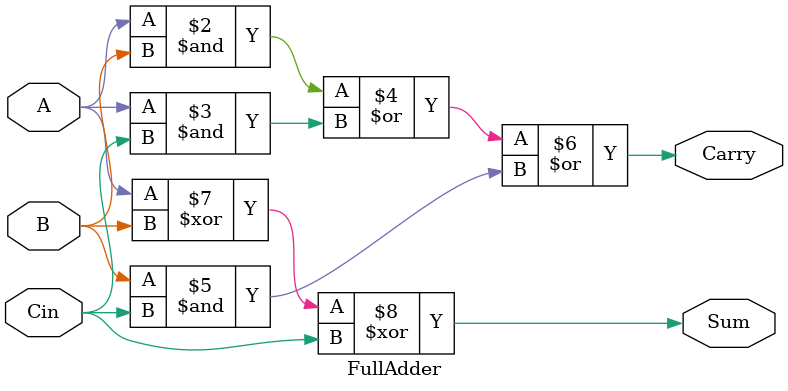
<source format=v>
`timescale 1ns / 1ps

module FullAdder(A, B, Cin, Sum, Carry);
	
	input A, B, Cin;
	output reg Sum, Carry;
	
	always @ (*)
	begin
		Carry = (A & B) | (A & Cin) | (B & Cin);
		Sum = A ^ B ^ Cin;
	end 
	
endmodule

</source>
